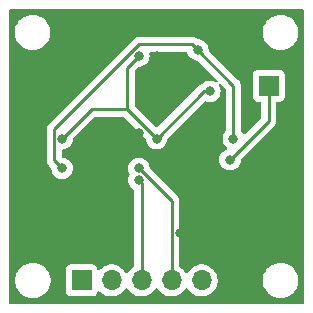
<source format=gbr>
%TF.GenerationSoftware,KiCad,Pcbnew,(7.0.0)*%
%TF.CreationDate,2023-02-19T16:47:07-06:00*%
%TF.ProjectId,ADS1219,41445331-3231-4392-9e6b-696361645f70,4*%
%TF.SameCoordinates,Original*%
%TF.FileFunction,Copper,L2,Bot*%
%TF.FilePolarity,Positive*%
%FSLAX46Y46*%
G04 Gerber Fmt 4.6, Leading zero omitted, Abs format (unit mm)*
G04 Created by KiCad (PCBNEW (7.0.0)) date 2023-02-19 16:47:07*
%MOMM*%
%LPD*%
G01*
G04 APERTURE LIST*
%TA.AperFunction,ComponentPad*%
%ADD10R,1.700000X1.700000*%
%TD*%
%TA.AperFunction,ComponentPad*%
%ADD11O,1.700000X1.700000*%
%TD*%
%TA.AperFunction,ViaPad*%
%ADD12C,0.800000*%
%TD*%
%TA.AperFunction,Conductor*%
%ADD13C,0.250000*%
%TD*%
G04 APERTURE END LIST*
D10*
%TO.P,J4,1,Pin_1*%
%TO.N,Net-(J4-Pad1)*%
X179999999Y-80499999D03*
%TD*%
%TO.P,J2,1,Pin_1*%
%TO.N,/AIN0*%
X164149999Y-96999999D03*
D11*
%TO.P,J2,2,Pin_2*%
%TO.N,/AIN1*%
X166689999Y-96999999D03*
%TO.P,J2,3,Pin_3*%
%TO.N,/AIN2*%
X169229999Y-96999999D03*
%TO.P,J2,4,Pin_4*%
%TO.N,/AIN3*%
X171769999Y-96999999D03*
%TO.P,J2,5,Pin_5*%
%TO.N,+3.3V*%
X174309999Y-96999999D03*
%TO.P,J2,6,Pin_6*%
%TO.N,GND*%
X176849999Y-96999999D03*
%TD*%
D12*
%TO.N,GND*%
X169000000Y-84500000D03*
X170500000Y-78000000D03*
X172000000Y-81500000D03*
X172500000Y-93000000D03*
X176000000Y-77500000D03*
X165000000Y-77500000D03*
%TO.N,+3.3V*%
X175000000Y-81000000D03*
X170500000Y-85000000D03*
X162500000Y-85000000D03*
X169000000Y-78000000D03*
%TO.N,/SDA*%
X177000000Y-85000000D03*
X162500000Y-87500000D03*
X174000000Y-77500000D03*
%TO.N,/AIN2*%
X169000000Y-88500000D03*
%TO.N,/AIN3*%
X169000000Y-87500000D03*
%TO.N,Net-(J4-Pad1)*%
X176718000Y-86782000D03*
%TD*%
D13*
%TO.N,+3.3V*%
X165000000Y-82500000D02*
X168000000Y-82500000D01*
X168000000Y-79000000D02*
X169000000Y-78000000D01*
X174500000Y-81000000D02*
X175000000Y-81000000D01*
X168000000Y-82500000D02*
X168000000Y-79000000D01*
X168000000Y-82500000D02*
X170500000Y-85000000D01*
X162500000Y-85000000D02*
X165000000Y-82500000D01*
X170500000Y-85000000D02*
X174500000Y-81000000D01*
%TO.N,/SDA*%
X161822600Y-84219411D02*
X169042011Y-77000000D01*
X169042011Y-77000000D02*
X173500000Y-77000000D01*
X173500000Y-77000000D02*
X174000000Y-77500000D01*
X161822600Y-86822600D02*
X161822600Y-84219411D01*
X162500000Y-87500000D02*
X161822600Y-86822600D01*
X177000000Y-85000000D02*
X177000000Y-80500000D01*
X177000000Y-80500000D02*
X174000000Y-77500000D01*
%TO.N,/AIN2*%
X169230000Y-97000000D02*
X169230000Y-88730000D01*
X169230000Y-88730000D02*
X169000000Y-88500000D01*
%TO.N,/AIN3*%
X171770000Y-90270000D02*
X169000000Y-87500000D01*
X171770000Y-97000000D02*
X171770000Y-90270000D01*
%TO.N,Net-(J4-Pad1)*%
X176718000Y-86782000D02*
X180000000Y-83500000D01*
X180000000Y-83500000D02*
X180000000Y-80500000D01*
%TD*%
%TA.AperFunction,Conductor*%
%TO.N,GND*%
G36*
X173047828Y-77644393D02*
G01*
X173090215Y-77675189D01*
X173116411Y-77720562D01*
X173165473Y-77871556D01*
X173260960Y-78036944D01*
X173388747Y-78178866D01*
X173394089Y-78182747D01*
X173394091Y-78182749D01*
X173403972Y-78189928D01*
X173543248Y-78291118D01*
X173717712Y-78368794D01*
X173904513Y-78408500D01*
X173960406Y-78408500D01*
X174008624Y-78418091D01*
X174049501Y-78445405D01*
X175627364Y-80023268D01*
X175659080Y-80076577D01*
X175661516Y-80138560D01*
X175634081Y-80194193D01*
X175583424Y-80229994D01*
X175521824Y-80237285D01*
X175467964Y-80215798D01*
X175467811Y-80216064D01*
X175465978Y-80215005D01*
X175464209Y-80214300D01*
X175456752Y-80208882D01*
X175282288Y-80131206D01*
X175275835Y-80129834D01*
X175275831Y-80129833D01*
X175101943Y-80092872D01*
X175101940Y-80092871D01*
X175095487Y-80091500D01*
X174904513Y-80091500D01*
X174898060Y-80092871D01*
X174898056Y-80092872D01*
X174724168Y-80129833D01*
X174724161Y-80129835D01*
X174717712Y-80131206D01*
X174711682Y-80133890D01*
X174711681Y-80133891D01*
X174549278Y-80206197D01*
X174549275Y-80206198D01*
X174543248Y-80208882D01*
X174537907Y-80212762D01*
X174537906Y-80212763D01*
X174394086Y-80317254D01*
X174394080Y-80317259D01*
X174388747Y-80321134D01*
X174384337Y-80326031D01*
X174384330Y-80326038D01*
X174350357Y-80363769D01*
X174303088Y-80396616D01*
X174300076Y-80397808D01*
X174288866Y-80401645D01*
X174254017Y-80411770D01*
X174254009Y-80411773D01*
X174246407Y-80413982D01*
X174239593Y-80418011D01*
X174239585Y-80418015D01*
X174228961Y-80424298D01*
X174211220Y-80432989D01*
X174199759Y-80437527D01*
X174199755Y-80437528D01*
X174192383Y-80440448D01*
X174185967Y-80445109D01*
X174185964Y-80445111D01*
X174156625Y-80466427D01*
X174146707Y-80472943D01*
X174115459Y-80491423D01*
X174115456Y-80491425D01*
X174108637Y-80495458D01*
X174103036Y-80501057D01*
X174103029Y-80501064D01*
X174094304Y-80509789D01*
X174079282Y-80522618D01*
X174069311Y-80529863D01*
X174069302Y-80529871D01*
X174062893Y-80534528D01*
X174057846Y-80540628D01*
X174057838Y-80540636D01*
X174034710Y-80568593D01*
X174026723Y-80577370D01*
X170589094Y-84015000D01*
X170532610Y-84047612D01*
X170467388Y-84047612D01*
X170410904Y-84015000D01*
X168670405Y-82274500D01*
X168643091Y-82233623D01*
X168633500Y-82185405D01*
X168633500Y-79314594D01*
X168643091Y-79266376D01*
X168670405Y-79225499D01*
X168950499Y-78945405D01*
X168991376Y-78918091D01*
X169039594Y-78908500D01*
X169088884Y-78908500D01*
X169095487Y-78908500D01*
X169282288Y-78868794D01*
X169456752Y-78791118D01*
X169611253Y-78678866D01*
X169739040Y-78536944D01*
X169834527Y-78371556D01*
X169893542Y-78189928D01*
X169913504Y-78000000D01*
X169893542Y-77810072D01*
X169889762Y-77798438D01*
X169885145Y-77739791D01*
X169907657Y-77685440D01*
X169952391Y-77647233D01*
X170009594Y-77633500D01*
X172996579Y-77633500D01*
X173047828Y-77644393D01*
G37*
%TD.AperFunction*%
%TA.AperFunction,Conductor*%
G36*
X182936500Y-74017381D02*
G01*
X182982619Y-74063500D01*
X182999500Y-74126500D01*
X182999500Y-98873500D01*
X182982619Y-98936500D01*
X182936500Y-98982619D01*
X182873500Y-98999500D01*
X158126500Y-98999500D01*
X158063500Y-98982619D01*
X158017381Y-98936500D01*
X158000500Y-98873500D01*
X158000500Y-97124335D01*
X158519500Y-97124335D01*
X158560429Y-97369614D01*
X158562119Y-97374538D01*
X158562121Y-97374544D01*
X158639478Y-97599878D01*
X158639481Y-97599886D01*
X158641172Y-97604810D01*
X158643651Y-97609392D01*
X158643653Y-97609395D01*
X158670745Y-97659457D01*
X158759526Y-97823509D01*
X158762725Y-97827619D01*
X158879727Y-97977944D01*
X158912262Y-98019744D01*
X158916093Y-98023271D01*
X158916098Y-98023276D01*
X159046879Y-98143668D01*
X159095215Y-98188164D01*
X159303393Y-98324173D01*
X159531119Y-98424063D01*
X159772179Y-98485108D01*
X159957933Y-98500500D01*
X160079453Y-98500500D01*
X160082067Y-98500500D01*
X160267821Y-98485108D01*
X160508881Y-98424063D01*
X160736607Y-98324173D01*
X160944785Y-98188164D01*
X161127738Y-98019744D01*
X161221999Y-97898638D01*
X162791500Y-97898638D01*
X162791859Y-97901985D01*
X162791860Y-97901988D01*
X162797168Y-97951367D01*
X162797169Y-97951373D01*
X162798011Y-97959201D01*
X162800762Y-97966578D01*
X162800763Y-97966580D01*
X162845962Y-98087763D01*
X162845964Y-98087766D01*
X162849111Y-98096204D01*
X162854508Y-98103414D01*
X162854510Y-98103417D01*
X162920087Y-98191017D01*
X162936739Y-98213261D01*
X163053796Y-98300889D01*
X163190799Y-98351989D01*
X163251362Y-98358500D01*
X165045269Y-98358500D01*
X165048638Y-98358500D01*
X165109201Y-98351989D01*
X165246204Y-98300889D01*
X165363261Y-98213261D01*
X165450889Y-98096204D01*
X165494998Y-97977943D01*
X165531530Y-97925904D01*
X165588820Y-97898328D01*
X165652282Y-97902238D01*
X165705755Y-97936638D01*
X165726526Y-97959201D01*
X165766760Y-98002906D01*
X165944424Y-98141189D01*
X166142426Y-98248342D01*
X166147355Y-98250034D01*
X166147357Y-98250035D01*
X166248895Y-98284892D01*
X166355365Y-98321444D01*
X166577431Y-98358500D01*
X166797358Y-98358500D01*
X166802569Y-98358500D01*
X167024635Y-98321444D01*
X167237574Y-98248342D01*
X167435576Y-98141189D01*
X167613240Y-98002906D01*
X167765722Y-97837268D01*
X167854518Y-97701354D01*
X167900030Y-97659457D01*
X167960000Y-97644271D01*
X168019970Y-97659457D01*
X168065481Y-97701354D01*
X168154278Y-97837268D01*
X168157806Y-97841100D01*
X168303227Y-97999069D01*
X168303231Y-97999073D01*
X168306760Y-98002906D01*
X168484424Y-98141189D01*
X168682426Y-98248342D01*
X168687355Y-98250034D01*
X168687357Y-98250035D01*
X168788895Y-98284892D01*
X168895365Y-98321444D01*
X169117431Y-98358500D01*
X169337358Y-98358500D01*
X169342569Y-98358500D01*
X169564635Y-98321444D01*
X169777574Y-98248342D01*
X169975576Y-98141189D01*
X170153240Y-98002906D01*
X170305722Y-97837268D01*
X170394518Y-97701354D01*
X170440030Y-97659457D01*
X170500000Y-97644271D01*
X170559970Y-97659457D01*
X170605481Y-97701354D01*
X170694278Y-97837268D01*
X170697806Y-97841100D01*
X170843227Y-97999069D01*
X170843231Y-97999073D01*
X170846760Y-98002906D01*
X171024424Y-98141189D01*
X171222426Y-98248342D01*
X171227355Y-98250034D01*
X171227357Y-98250035D01*
X171328895Y-98284892D01*
X171435365Y-98321444D01*
X171657431Y-98358500D01*
X171877358Y-98358500D01*
X171882569Y-98358500D01*
X172104635Y-98321444D01*
X172317574Y-98248342D01*
X172515576Y-98141189D01*
X172693240Y-98002906D01*
X172845722Y-97837268D01*
X172934518Y-97701354D01*
X172980030Y-97659457D01*
X173040000Y-97644271D01*
X173099970Y-97659457D01*
X173145481Y-97701354D01*
X173234278Y-97837268D01*
X173237806Y-97841100D01*
X173383227Y-97999069D01*
X173383231Y-97999073D01*
X173386760Y-98002906D01*
X173564424Y-98141189D01*
X173762426Y-98248342D01*
X173767355Y-98250034D01*
X173767357Y-98250035D01*
X173868895Y-98284892D01*
X173975365Y-98321444D01*
X174197431Y-98358500D01*
X174417358Y-98358500D01*
X174422569Y-98358500D01*
X174644635Y-98321444D01*
X174857574Y-98248342D01*
X175055576Y-98141189D01*
X175233240Y-98002906D01*
X175385722Y-97837268D01*
X175508860Y-97648791D01*
X175599296Y-97442616D01*
X175654564Y-97224368D01*
X175662853Y-97124335D01*
X179499500Y-97124335D01*
X179540429Y-97369614D01*
X179542119Y-97374538D01*
X179542121Y-97374544D01*
X179619478Y-97599878D01*
X179619481Y-97599886D01*
X179621172Y-97604810D01*
X179623651Y-97609392D01*
X179623653Y-97609395D01*
X179650745Y-97659457D01*
X179739526Y-97823509D01*
X179742725Y-97827619D01*
X179859727Y-97977944D01*
X179892262Y-98019744D01*
X179896093Y-98023271D01*
X179896098Y-98023276D01*
X180026879Y-98143668D01*
X180075215Y-98188164D01*
X180283393Y-98324173D01*
X180511119Y-98424063D01*
X180752179Y-98485108D01*
X180937933Y-98500500D01*
X181059453Y-98500500D01*
X181062067Y-98500500D01*
X181247821Y-98485108D01*
X181488881Y-98424063D01*
X181716607Y-98324173D01*
X181924785Y-98188164D01*
X182107738Y-98019744D01*
X182260474Y-97823509D01*
X182378828Y-97604810D01*
X182459571Y-97369614D01*
X182500500Y-97124335D01*
X182500500Y-96875665D01*
X182459571Y-96630386D01*
X182378828Y-96395190D01*
X182260474Y-96176491D01*
X182154861Y-96040799D01*
X182110938Y-95984367D01*
X182110936Y-95984365D01*
X182107738Y-95980256D01*
X182103905Y-95976728D01*
X182103901Y-95976723D01*
X181928624Y-95815370D01*
X181928623Y-95815369D01*
X181924785Y-95811836D01*
X181897408Y-95793950D01*
X181720972Y-95678679D01*
X181716607Y-95675827D01*
X181639170Y-95641860D01*
X181493653Y-95578030D01*
X181493650Y-95578029D01*
X181488881Y-95575937D01*
X181483832Y-95574658D01*
X181483828Y-95574657D01*
X181310766Y-95530832D01*
X181247821Y-95514892D01*
X181242630Y-95514461D01*
X181242625Y-95514461D01*
X181064667Y-95499715D01*
X181064656Y-95499714D01*
X181062067Y-95499500D01*
X180937933Y-95499500D01*
X180935344Y-95499714D01*
X180935332Y-95499715D01*
X180757374Y-95514461D01*
X180757367Y-95514462D01*
X180752179Y-95514892D01*
X180747121Y-95516172D01*
X180747120Y-95516173D01*
X180516171Y-95574657D01*
X180516163Y-95574659D01*
X180511119Y-95575937D01*
X180506352Y-95578027D01*
X180506346Y-95578030D01*
X180288168Y-95673732D01*
X180288163Y-95673734D01*
X180283393Y-95675827D01*
X180279030Y-95678676D01*
X180279027Y-95678679D01*
X180079582Y-95808982D01*
X180079574Y-95808987D01*
X180075215Y-95811836D01*
X180071381Y-95815364D01*
X180071375Y-95815370D01*
X179896098Y-95976723D01*
X179896087Y-95976734D01*
X179892262Y-95980256D01*
X179889069Y-95984358D01*
X179889061Y-95984367D01*
X179742725Y-96172380D01*
X179742721Y-96172385D01*
X179739526Y-96176491D01*
X179737048Y-96181069D01*
X179737046Y-96181073D01*
X179623653Y-96390604D01*
X179623649Y-96390611D01*
X179621172Y-96395190D01*
X179619483Y-96400108D01*
X179619478Y-96400121D01*
X179542121Y-96625455D01*
X179542118Y-96625464D01*
X179540429Y-96630386D01*
X179499500Y-96875665D01*
X179499500Y-97124335D01*
X175662853Y-97124335D01*
X175673156Y-97000000D01*
X175654564Y-96775632D01*
X175599296Y-96557384D01*
X175508860Y-96351209D01*
X175385722Y-96162732D01*
X175266680Y-96033419D01*
X175236772Y-96000930D01*
X175236767Y-96000925D01*
X175233240Y-95997094D01*
X175055576Y-95858811D01*
X175050997Y-95856333D01*
X175050994Y-95856331D01*
X174862159Y-95754139D01*
X174862156Y-95754137D01*
X174857574Y-95751658D01*
X174852650Y-95749967D01*
X174852642Y-95749964D01*
X174649565Y-95680248D01*
X174649559Y-95680246D01*
X174644635Y-95678556D01*
X174639498Y-95677698D01*
X174639495Y-95677698D01*
X174427706Y-95642357D01*
X174427703Y-95642356D01*
X174422569Y-95641500D01*
X174197431Y-95641500D01*
X174192297Y-95642356D01*
X174192293Y-95642357D01*
X173980504Y-95677698D01*
X173980498Y-95677699D01*
X173975365Y-95678556D01*
X173970443Y-95680245D01*
X173970434Y-95680248D01*
X173767357Y-95749964D01*
X173767344Y-95749969D01*
X173762426Y-95751658D01*
X173757847Y-95754135D01*
X173757840Y-95754139D01*
X173569005Y-95856331D01*
X173568997Y-95856336D01*
X173564424Y-95858811D01*
X173560313Y-95862010D01*
X173560311Y-95862012D01*
X173390878Y-95993888D01*
X173390872Y-95993893D01*
X173386760Y-95997094D01*
X173383237Y-96000919D01*
X173383227Y-96000930D01*
X173237806Y-96158899D01*
X173237802Y-96158902D01*
X173234278Y-96162732D01*
X173231430Y-96167090D01*
X173231427Y-96167095D01*
X173145483Y-96298643D01*
X173099969Y-96340542D01*
X173040000Y-96355728D01*
X172980031Y-96340542D01*
X172934517Y-96298643D01*
X172928827Y-96289934D01*
X172845722Y-96162732D01*
X172726680Y-96033419D01*
X172696772Y-96000930D01*
X172696767Y-96000925D01*
X172693240Y-95997094D01*
X172515576Y-95858811D01*
X172511003Y-95856336D01*
X172510995Y-95856331D01*
X172469531Y-95833893D01*
X172421259Y-95787577D01*
X172403500Y-95723079D01*
X172403500Y-90348768D01*
X172404027Y-90337584D01*
X172405702Y-90330092D01*
X172403561Y-90262001D01*
X172403500Y-90258044D01*
X172403500Y-90234109D01*
X172403500Y-90230144D01*
X172402995Y-90226152D01*
X172402062Y-90214305D01*
X172400674Y-90170111D01*
X172395017Y-90150642D01*
X172391013Y-90131302D01*
X172388474Y-90111203D01*
X172372200Y-90070099D01*
X172368356Y-90058872D01*
X172358230Y-90024017D01*
X172358229Y-90024016D01*
X172356019Y-90016407D01*
X172345703Y-89998964D01*
X172337005Y-89981209D01*
X172329552Y-89962383D01*
X172303561Y-89926609D01*
X172297055Y-89916705D01*
X172274542Y-89878638D01*
X172260217Y-89864313D01*
X172247382Y-89849286D01*
X172235472Y-89832893D01*
X172229367Y-89827842D01*
X172229360Y-89827835D01*
X172201394Y-89804700D01*
X172192615Y-89796711D01*
X169947122Y-87551217D01*
X169922491Y-87516366D01*
X169910907Y-87475292D01*
X169908121Y-87448781D01*
X169893542Y-87310072D01*
X169849947Y-87175901D01*
X169836569Y-87134728D01*
X169836568Y-87134726D01*
X169834527Y-87128444D01*
X169739040Y-86963056D01*
X169611253Y-86821134D01*
X169605911Y-86817253D01*
X169605908Y-86817250D01*
X169528057Y-86760688D01*
X169456752Y-86708882D01*
X169282288Y-86631206D01*
X169275835Y-86629834D01*
X169275831Y-86629833D01*
X169101943Y-86592872D01*
X169101940Y-86592871D01*
X169095487Y-86591500D01*
X168904513Y-86591500D01*
X168898060Y-86592871D01*
X168898056Y-86592872D01*
X168724168Y-86629833D01*
X168724161Y-86629835D01*
X168717712Y-86631206D01*
X168711682Y-86633890D01*
X168711681Y-86633891D01*
X168549278Y-86706197D01*
X168549275Y-86706198D01*
X168543248Y-86708882D01*
X168537907Y-86712762D01*
X168537906Y-86712763D01*
X168394091Y-86817250D01*
X168394083Y-86817256D01*
X168388747Y-86821134D01*
X168384330Y-86826039D01*
X168384325Y-86826044D01*
X168279971Y-86941942D01*
X168260960Y-86963056D01*
X168257661Y-86968769D01*
X168257658Y-86968774D01*
X168185573Y-87093629D01*
X168165473Y-87128444D01*
X168163434Y-87134718D01*
X168163430Y-87134728D01*
X168108497Y-87303794D01*
X168108495Y-87303801D01*
X168106458Y-87310072D01*
X168105768Y-87316633D01*
X168105768Y-87316635D01*
X168105010Y-87323851D01*
X168086496Y-87500000D01*
X168106458Y-87689928D01*
X168108495Y-87696200D01*
X168108497Y-87696205D01*
X168163430Y-87865271D01*
X168163433Y-87865278D01*
X168165473Y-87871556D01*
X168168777Y-87877278D01*
X168203257Y-87937000D01*
X168220138Y-88000000D01*
X168203256Y-88063000D01*
X168165473Y-88128444D01*
X168163434Y-88134718D01*
X168163430Y-88134728D01*
X168108497Y-88303794D01*
X168108495Y-88303801D01*
X168106458Y-88310072D01*
X168086496Y-88500000D01*
X168106458Y-88689928D01*
X168108495Y-88696200D01*
X168108497Y-88696205D01*
X168163430Y-88865271D01*
X168163433Y-88865278D01*
X168165473Y-88871556D01*
X168260960Y-89036944D01*
X168388747Y-89178866D01*
X168394089Y-89182747D01*
X168394091Y-89182749D01*
X168543248Y-89291118D01*
X168541849Y-89293043D01*
X168579618Y-89330810D01*
X168596500Y-89393812D01*
X168596500Y-95723079D01*
X168578741Y-95787577D01*
X168530469Y-95833893D01*
X168489004Y-95856331D01*
X168488991Y-95856339D01*
X168484424Y-95858811D01*
X168480313Y-95862010D01*
X168480311Y-95862012D01*
X168310878Y-95993888D01*
X168310872Y-95993893D01*
X168306760Y-95997094D01*
X168303237Y-96000919D01*
X168303227Y-96000930D01*
X168157806Y-96158899D01*
X168157802Y-96158902D01*
X168154278Y-96162732D01*
X168151430Y-96167090D01*
X168151427Y-96167095D01*
X168065483Y-96298643D01*
X168019969Y-96340542D01*
X167960000Y-96355728D01*
X167900031Y-96340542D01*
X167854517Y-96298643D01*
X167848827Y-96289934D01*
X167765722Y-96162732D01*
X167646680Y-96033419D01*
X167616772Y-96000930D01*
X167616767Y-96000925D01*
X167613240Y-95997094D01*
X167435576Y-95858811D01*
X167430997Y-95856333D01*
X167430994Y-95856331D01*
X167242159Y-95754139D01*
X167242156Y-95754137D01*
X167237574Y-95751658D01*
X167232650Y-95749967D01*
X167232642Y-95749964D01*
X167029565Y-95680248D01*
X167029559Y-95680246D01*
X167024635Y-95678556D01*
X167019498Y-95677698D01*
X167019495Y-95677698D01*
X166807706Y-95642357D01*
X166807703Y-95642356D01*
X166802569Y-95641500D01*
X166577431Y-95641500D01*
X166572297Y-95642356D01*
X166572293Y-95642357D01*
X166360504Y-95677698D01*
X166360498Y-95677699D01*
X166355365Y-95678556D01*
X166350443Y-95680245D01*
X166350434Y-95680248D01*
X166147357Y-95749964D01*
X166147344Y-95749969D01*
X166142426Y-95751658D01*
X166137847Y-95754135D01*
X166137840Y-95754139D01*
X165949005Y-95856331D01*
X165948997Y-95856336D01*
X165944424Y-95858811D01*
X165940313Y-95862010D01*
X165940311Y-95862012D01*
X165770878Y-95993888D01*
X165770872Y-95993893D01*
X165766760Y-95997094D01*
X165763237Y-96000920D01*
X165763226Y-96000931D01*
X165705754Y-96063362D01*
X165652281Y-96097761D01*
X165588820Y-96101671D01*
X165531530Y-96074095D01*
X165494998Y-96022056D01*
X165454037Y-95912236D01*
X165454036Y-95912235D01*
X165450889Y-95903796D01*
X165363261Y-95786739D01*
X165319713Y-95754139D01*
X165253417Y-95704510D01*
X165253414Y-95704508D01*
X165246204Y-95699111D01*
X165237766Y-95695964D01*
X165237763Y-95695962D01*
X165116580Y-95650763D01*
X165116578Y-95650762D01*
X165109201Y-95648011D01*
X165101373Y-95647169D01*
X165101367Y-95647168D01*
X165051988Y-95641860D01*
X165051985Y-95641859D01*
X165048638Y-95641500D01*
X163251362Y-95641500D01*
X163248015Y-95641859D01*
X163248011Y-95641860D01*
X163198632Y-95647168D01*
X163198625Y-95647169D01*
X163190799Y-95648011D01*
X163183423Y-95650761D01*
X163183419Y-95650763D01*
X163062236Y-95695962D01*
X163062230Y-95695965D01*
X163053796Y-95699111D01*
X163046588Y-95704506D01*
X163046582Y-95704510D01*
X162943950Y-95781340D01*
X162943946Y-95781343D01*
X162936739Y-95786739D01*
X162931343Y-95793946D01*
X162931340Y-95793950D01*
X162854510Y-95896582D01*
X162854506Y-95896588D01*
X162849111Y-95903796D01*
X162845965Y-95912230D01*
X162845962Y-95912236D01*
X162800763Y-96033419D01*
X162800761Y-96033423D01*
X162798011Y-96040799D01*
X162797169Y-96048625D01*
X162797168Y-96048632D01*
X162795585Y-96063362D01*
X162791500Y-96101362D01*
X162791500Y-97898638D01*
X161221999Y-97898638D01*
X161280474Y-97823509D01*
X161398828Y-97604810D01*
X161479571Y-97369614D01*
X161520500Y-97124335D01*
X161520500Y-96875665D01*
X161479571Y-96630386D01*
X161398828Y-96395190D01*
X161280474Y-96176491D01*
X161174861Y-96040799D01*
X161130938Y-95984367D01*
X161130936Y-95984365D01*
X161127738Y-95980256D01*
X161123905Y-95976728D01*
X161123901Y-95976723D01*
X160948624Y-95815370D01*
X160948623Y-95815369D01*
X160944785Y-95811836D01*
X160917408Y-95793950D01*
X160740972Y-95678679D01*
X160736607Y-95675827D01*
X160659170Y-95641860D01*
X160513653Y-95578030D01*
X160513650Y-95578029D01*
X160508881Y-95575937D01*
X160503832Y-95574658D01*
X160503828Y-95574657D01*
X160330766Y-95530832D01*
X160267821Y-95514892D01*
X160262630Y-95514461D01*
X160262625Y-95514461D01*
X160084667Y-95499715D01*
X160084656Y-95499714D01*
X160082067Y-95499500D01*
X159957933Y-95499500D01*
X159955344Y-95499714D01*
X159955332Y-95499715D01*
X159777374Y-95514461D01*
X159777367Y-95514462D01*
X159772179Y-95514892D01*
X159767121Y-95516172D01*
X159767120Y-95516173D01*
X159536171Y-95574657D01*
X159536163Y-95574659D01*
X159531119Y-95575937D01*
X159526352Y-95578027D01*
X159526346Y-95578030D01*
X159308168Y-95673732D01*
X159308163Y-95673734D01*
X159303393Y-95675827D01*
X159299030Y-95678676D01*
X159299027Y-95678679D01*
X159099582Y-95808982D01*
X159099574Y-95808987D01*
X159095215Y-95811836D01*
X159091381Y-95815364D01*
X159091375Y-95815370D01*
X158916098Y-95976723D01*
X158916087Y-95976734D01*
X158912262Y-95980256D01*
X158909069Y-95984358D01*
X158909061Y-95984367D01*
X158762725Y-96172380D01*
X158762721Y-96172385D01*
X158759526Y-96176491D01*
X158757048Y-96181069D01*
X158757046Y-96181073D01*
X158643653Y-96390604D01*
X158643649Y-96390611D01*
X158641172Y-96395190D01*
X158639483Y-96400108D01*
X158639478Y-96400121D01*
X158562121Y-96625455D01*
X158562118Y-96625464D01*
X158560429Y-96630386D01*
X158519500Y-96875665D01*
X158519500Y-97124335D01*
X158000500Y-97124335D01*
X158000500Y-84199354D01*
X161184380Y-84199354D01*
X161185125Y-84207237D01*
X161185125Y-84207245D01*
X161188541Y-84243372D01*
X161189100Y-84255230D01*
X161189100Y-86743833D01*
X161188572Y-86755016D01*
X161186898Y-86762509D01*
X161187147Y-86770433D01*
X161187147Y-86770435D01*
X161189038Y-86830586D01*
X161189100Y-86834545D01*
X161189100Y-86862456D01*
X161189595Y-86866374D01*
X161189597Y-86866406D01*
X161189608Y-86866488D01*
X161190537Y-86878297D01*
X161191677Y-86914569D01*
X161191678Y-86914576D01*
X161191927Y-86922489D01*
X161194137Y-86930098D01*
X161194138Y-86930100D01*
X161197578Y-86941942D01*
X161201586Y-86961293D01*
X161202929Y-86971928D01*
X161204126Y-86981397D01*
X161207044Y-86988769D01*
X161207045Y-86988770D01*
X161220400Y-87022501D01*
X161224245Y-87033730D01*
X161234371Y-87068586D01*
X161234373Y-87068592D01*
X161236582Y-87076193D01*
X161240614Y-87083011D01*
X161240615Y-87083013D01*
X161246893Y-87093629D01*
X161255590Y-87111382D01*
X161260079Y-87122721D01*
X161263048Y-87130217D01*
X161267707Y-87136630D01*
X161267708Y-87136631D01*
X161289032Y-87165981D01*
X161295548Y-87175901D01*
X161314022Y-87207138D01*
X161318058Y-87213962D01*
X161323663Y-87219567D01*
X161332378Y-87228282D01*
X161345218Y-87243315D01*
X161357128Y-87259707D01*
X161363235Y-87264759D01*
X161363236Y-87264760D01*
X161391198Y-87287892D01*
X161399978Y-87295882D01*
X161552877Y-87448781D01*
X161577508Y-87483631D01*
X161589092Y-87524705D01*
X161602345Y-87650794D01*
X161606458Y-87689928D01*
X161608495Y-87696200D01*
X161608497Y-87696205D01*
X161663430Y-87865271D01*
X161663433Y-87865278D01*
X161665473Y-87871556D01*
X161760960Y-88036944D01*
X161888747Y-88178866D01*
X162043248Y-88291118D01*
X162217712Y-88368794D01*
X162404513Y-88408500D01*
X162588884Y-88408500D01*
X162595487Y-88408500D01*
X162782288Y-88368794D01*
X162956752Y-88291118D01*
X163111253Y-88178866D01*
X163239040Y-88036944D01*
X163334527Y-87871556D01*
X163393542Y-87689928D01*
X163413504Y-87500000D01*
X163393542Y-87310072D01*
X163349947Y-87175901D01*
X163336569Y-87134728D01*
X163336568Y-87134726D01*
X163334527Y-87128444D01*
X163239040Y-86963056D01*
X163111253Y-86821134D01*
X163105911Y-86817253D01*
X163105908Y-86817250D01*
X163028057Y-86760688D01*
X162956752Y-86708882D01*
X162782288Y-86631206D01*
X162775835Y-86629834D01*
X162775831Y-86629833D01*
X162601943Y-86592872D01*
X162601940Y-86592871D01*
X162595487Y-86591500D01*
X162588884Y-86591500D01*
X162582100Y-86591500D01*
X162519100Y-86574619D01*
X162472981Y-86528500D01*
X162456100Y-86465500D01*
X162456100Y-86034500D01*
X162472981Y-85971500D01*
X162519100Y-85925381D01*
X162582100Y-85908500D01*
X162588884Y-85908500D01*
X162595487Y-85908500D01*
X162782288Y-85868794D01*
X162956752Y-85791118D01*
X163111253Y-85678866D01*
X163239040Y-85536944D01*
X163334527Y-85371556D01*
X163393542Y-85189928D01*
X163410907Y-85024704D01*
X163422491Y-84983632D01*
X163447117Y-84948786D01*
X165225502Y-83170402D01*
X165266377Y-83143091D01*
X165314595Y-83133500D01*
X167685406Y-83133500D01*
X167733624Y-83143091D01*
X167774501Y-83170405D01*
X169552877Y-84948782D01*
X169577508Y-84983632D01*
X169589092Y-85024706D01*
X169605768Y-85183364D01*
X169606458Y-85189928D01*
X169608495Y-85196200D01*
X169608497Y-85196205D01*
X169663430Y-85365271D01*
X169663433Y-85365278D01*
X169665473Y-85371556D01*
X169760960Y-85536944D01*
X169888747Y-85678866D01*
X170043248Y-85791118D01*
X170217712Y-85868794D01*
X170404513Y-85908500D01*
X170588884Y-85908500D01*
X170595487Y-85908500D01*
X170782288Y-85868794D01*
X170956752Y-85791118D01*
X171111253Y-85678866D01*
X171239040Y-85536944D01*
X171334527Y-85371556D01*
X171393542Y-85189928D01*
X171410907Y-85024702D01*
X171422491Y-84983631D01*
X171447121Y-84948782D01*
X174524595Y-81871307D01*
X174566488Y-81843579D01*
X174615887Y-81834423D01*
X174664937Y-81845297D01*
X174717712Y-81868794D01*
X174904513Y-81908500D01*
X175088884Y-81908500D01*
X175095487Y-81908500D01*
X175282288Y-81868794D01*
X175456752Y-81791118D01*
X175611253Y-81678866D01*
X175739040Y-81536944D01*
X175834527Y-81371556D01*
X175893542Y-81189928D01*
X175913504Y-81000000D01*
X175893542Y-80810072D01*
X175834527Y-80628444D01*
X175769360Y-80515572D01*
X175752600Y-80458070D01*
X175764285Y-80399324D01*
X175801776Y-80352612D01*
X175856600Y-80328488D01*
X175916369Y-80332406D01*
X175967575Y-80363479D01*
X176329595Y-80725499D01*
X176356909Y-80766376D01*
X176366500Y-80814594D01*
X176366500Y-84297476D01*
X176358131Y-84342630D01*
X176334138Y-84381783D01*
X176260960Y-84463056D01*
X176257661Y-84468769D01*
X176257658Y-84468774D01*
X176195921Y-84575706D01*
X176165473Y-84628444D01*
X176163434Y-84634718D01*
X176163430Y-84634728D01*
X176108497Y-84803794D01*
X176108495Y-84803801D01*
X176106458Y-84810072D01*
X176086496Y-85000000D01*
X176106458Y-85189928D01*
X176108495Y-85196200D01*
X176108497Y-85196205D01*
X176163430Y-85365271D01*
X176163433Y-85365278D01*
X176165473Y-85371556D01*
X176260960Y-85536944D01*
X176388747Y-85678866D01*
X176430021Y-85708854D01*
X176471066Y-85759541D01*
X176481269Y-85823960D01*
X176457895Y-85884850D01*
X176407208Y-85925896D01*
X176267278Y-85988197D01*
X176267275Y-85988198D01*
X176261248Y-85990882D01*
X176255907Y-85994762D01*
X176255906Y-85994763D01*
X176112091Y-86099250D01*
X176112083Y-86099256D01*
X176106747Y-86103134D01*
X176102330Y-86108039D01*
X176102325Y-86108044D01*
X175983379Y-86240148D01*
X175978960Y-86245056D01*
X175975661Y-86250769D01*
X175975658Y-86250774D01*
X175886777Y-86404721D01*
X175883473Y-86410444D01*
X175881434Y-86416718D01*
X175881430Y-86416728D01*
X175826497Y-86585794D01*
X175826495Y-86585801D01*
X175824458Y-86592072D01*
X175804496Y-86782000D01*
X175805186Y-86788565D01*
X175823525Y-86963056D01*
X175824458Y-86971928D01*
X175826495Y-86978200D01*
X175826497Y-86978205D01*
X175881430Y-87147271D01*
X175881433Y-87147278D01*
X175883473Y-87153556D01*
X175978960Y-87318944D01*
X176106747Y-87460866D01*
X176112089Y-87464747D01*
X176112091Y-87464749D01*
X176151574Y-87493435D01*
X176261248Y-87573118D01*
X176435712Y-87650794D01*
X176622513Y-87690500D01*
X176806884Y-87690500D01*
X176813487Y-87690500D01*
X177000288Y-87650794D01*
X177174752Y-87573118D01*
X177329253Y-87460866D01*
X177457040Y-87318944D01*
X177552527Y-87153556D01*
X177611542Y-86971928D01*
X177628907Y-86806704D01*
X177640491Y-86765632D01*
X177665119Y-86730784D01*
X180392264Y-84003639D01*
X180400535Y-83996113D01*
X180407018Y-83992000D01*
X180453660Y-83942329D01*
X180456352Y-83939551D01*
X180476135Y-83919770D01*
X180478613Y-83916574D01*
X180486308Y-83907563D01*
X180516586Y-83875321D01*
X180526348Y-83857562D01*
X180537195Y-83841050D01*
X180549614Y-83825041D01*
X180567179Y-83784446D01*
X180572388Y-83773814D01*
X180593695Y-83735060D01*
X180598733Y-83715434D01*
X180605134Y-83696737D01*
X180613181Y-83678145D01*
X180620096Y-83634477D01*
X180622504Y-83622853D01*
X180631529Y-83587705D01*
X180633500Y-83580030D01*
X180633500Y-83559776D01*
X180635051Y-83540065D01*
X180636980Y-83527885D01*
X180638220Y-83520057D01*
X180634058Y-83476038D01*
X180633500Y-83464181D01*
X180633500Y-81984500D01*
X180650381Y-81921500D01*
X180696500Y-81875381D01*
X180759500Y-81858500D01*
X180895269Y-81858500D01*
X180898638Y-81858500D01*
X180959201Y-81851989D01*
X181096204Y-81800889D01*
X181213261Y-81713261D01*
X181300889Y-81596204D01*
X181351989Y-81459201D01*
X181358500Y-81398638D01*
X181358500Y-79601362D01*
X181351989Y-79540799D01*
X181300889Y-79403796D01*
X181213261Y-79286739D01*
X181206049Y-79281340D01*
X181103417Y-79204510D01*
X181103414Y-79204508D01*
X181096204Y-79199111D01*
X181087766Y-79195964D01*
X181087763Y-79195962D01*
X180966580Y-79150763D01*
X180966578Y-79150762D01*
X180959201Y-79148011D01*
X180951373Y-79147169D01*
X180951367Y-79147168D01*
X180901988Y-79141860D01*
X180901985Y-79141859D01*
X180898638Y-79141500D01*
X179101362Y-79141500D01*
X179098015Y-79141859D01*
X179098011Y-79141860D01*
X179048632Y-79147168D01*
X179048625Y-79147169D01*
X179040799Y-79148011D01*
X179033423Y-79150761D01*
X179033419Y-79150763D01*
X178912236Y-79195962D01*
X178912230Y-79195965D01*
X178903796Y-79199111D01*
X178896588Y-79204506D01*
X178896582Y-79204510D01*
X178793950Y-79281340D01*
X178793946Y-79281343D01*
X178786739Y-79286739D01*
X178781343Y-79293946D01*
X178781340Y-79293950D01*
X178704510Y-79396582D01*
X178704506Y-79396588D01*
X178699111Y-79403796D01*
X178695965Y-79412230D01*
X178695962Y-79412236D01*
X178650763Y-79533419D01*
X178650761Y-79533423D01*
X178648011Y-79540799D01*
X178647169Y-79548625D01*
X178647168Y-79548632D01*
X178644719Y-79571416D01*
X178641500Y-79601362D01*
X178641500Y-81398638D01*
X178641859Y-81401985D01*
X178641860Y-81401988D01*
X178647168Y-81451367D01*
X178647169Y-81451373D01*
X178648011Y-81459201D01*
X178650762Y-81466578D01*
X178650763Y-81466580D01*
X178695962Y-81587763D01*
X178695964Y-81587766D01*
X178699111Y-81596204D01*
X178704508Y-81603414D01*
X178704510Y-81603417D01*
X178740434Y-81651405D01*
X178786739Y-81713261D01*
X178793950Y-81718659D01*
X178894328Y-81793802D01*
X178903796Y-81800889D01*
X179040799Y-81851989D01*
X179101362Y-81858500D01*
X179240500Y-81858500D01*
X179303500Y-81875381D01*
X179349619Y-81921500D01*
X179366500Y-81984500D01*
X179366500Y-83185406D01*
X179356909Y-83233624D01*
X179329597Y-83274498D01*
X178306619Y-84297476D01*
X178002293Y-84601802D01*
X177953699Y-84632019D01*
X177896752Y-84637628D01*
X177843196Y-84617471D01*
X177804079Y-84575706D01*
X177742341Y-84468774D01*
X177739040Y-84463056D01*
X177665861Y-84381783D01*
X177641869Y-84342630D01*
X177633500Y-84297476D01*
X177633500Y-80578768D01*
X177634027Y-80567584D01*
X177635702Y-80560092D01*
X177633561Y-80492001D01*
X177633500Y-80488044D01*
X177633500Y-80464109D01*
X177633500Y-80460144D01*
X177632995Y-80456152D01*
X177632062Y-80444305D01*
X177631849Y-80437527D01*
X177630674Y-80400111D01*
X177625017Y-80380642D01*
X177621013Y-80361302D01*
X177618474Y-80341203D01*
X177602200Y-80300099D01*
X177598356Y-80288872D01*
X177588230Y-80254017D01*
X177588229Y-80254016D01*
X177586019Y-80246407D01*
X177575703Y-80228964D01*
X177567005Y-80211209D01*
X177559552Y-80192383D01*
X177533561Y-80156609D01*
X177527055Y-80146705D01*
X177504542Y-80108638D01*
X177490218Y-80094314D01*
X177477382Y-80079286D01*
X177465472Y-80062893D01*
X177459367Y-80057842D01*
X177459360Y-80057835D01*
X177431394Y-80034700D01*
X177422615Y-80026711D01*
X174947122Y-77551217D01*
X174922491Y-77516366D01*
X174910907Y-77475292D01*
X174905657Y-77425342D01*
X174893542Y-77310072D01*
X174834527Y-77128444D01*
X174739040Y-76963056D01*
X174611253Y-76821134D01*
X174605911Y-76817253D01*
X174605908Y-76817250D01*
X174528057Y-76760688D01*
X174456752Y-76708882D01*
X174282288Y-76631206D01*
X174275835Y-76629834D01*
X174275831Y-76629833D01*
X174101943Y-76592872D01*
X174101940Y-76592871D01*
X174095487Y-76591500D01*
X174088884Y-76591500D01*
X174040308Y-76591500D01*
X173993926Y-76582652D01*
X173954059Y-76557353D01*
X173942330Y-76546339D01*
X173939520Y-76543615D01*
X173922574Y-76526669D01*
X173919770Y-76523865D01*
X173916575Y-76521386D01*
X173907554Y-76513682D01*
X173881097Y-76488838D01*
X173875321Y-76483414D01*
X173868377Y-76479596D01*
X173868371Y-76479592D01*
X173857566Y-76473652D01*
X173841047Y-76462801D01*
X173825041Y-76450386D01*
X173817766Y-76447238D01*
X173817763Y-76447236D01*
X173784466Y-76432828D01*
X173773804Y-76427605D01*
X173742007Y-76410124D01*
X173742005Y-76410123D01*
X173735060Y-76406305D01*
X173727383Y-76404334D01*
X173727381Y-76404333D01*
X173715438Y-76401267D01*
X173696734Y-76394863D01*
X173685420Y-76389967D01*
X173685418Y-76389966D01*
X173678145Y-76386819D01*
X173670319Y-76385579D01*
X173670318Y-76385579D01*
X173634475Y-76379902D01*
X173622859Y-76377496D01*
X173580030Y-76366500D01*
X173572101Y-76366500D01*
X173559776Y-76366500D01*
X173540065Y-76364949D01*
X173527885Y-76363019D01*
X173527878Y-76363018D01*
X173520057Y-76361780D01*
X173512173Y-76362525D01*
X173512165Y-76362525D01*
X173476039Y-76365941D01*
X173464181Y-76366500D01*
X169120778Y-76366500D01*
X169109594Y-76365972D01*
X169102102Y-76364298D01*
X169094176Y-76364547D01*
X169034012Y-76366438D01*
X169030054Y-76366500D01*
X169002155Y-76366500D01*
X168998230Y-76366995D01*
X168998209Y-76366997D01*
X168998135Y-76367007D01*
X168986324Y-76367936D01*
X168950045Y-76369076D01*
X168950037Y-76369077D01*
X168942122Y-76369326D01*
X168934511Y-76371536D01*
X168934504Y-76371538D01*
X168922659Y-76374979D01*
X168903314Y-76378985D01*
X168891083Y-76380530D01*
X168891070Y-76380533D01*
X168883214Y-76381526D01*
X168875850Y-76384441D01*
X168875840Y-76384444D01*
X168842103Y-76397802D01*
X168830876Y-76401646D01*
X168796029Y-76411770D01*
X168796024Y-76411772D01*
X168788418Y-76413982D01*
X168781601Y-76418012D01*
X168781592Y-76418017D01*
X168770971Y-76424298D01*
X168753232Y-76432989D01*
X168741760Y-76437531D01*
X168741757Y-76437532D01*
X168734394Y-76440448D01*
X168727987Y-76445102D01*
X168727983Y-76445105D01*
X168698622Y-76466437D01*
X168688704Y-76472951D01*
X168657476Y-76491419D01*
X168657468Y-76491425D01*
X168650649Y-76495458D01*
X168645047Y-76501058D01*
X168645040Y-76501065D01*
X168636319Y-76509786D01*
X168621298Y-76522615D01*
X168611318Y-76529866D01*
X168611309Y-76529873D01*
X168604904Y-76534528D01*
X168599856Y-76540628D01*
X168599847Y-76540638D01*
X168576711Y-76568604D01*
X168568724Y-76577381D01*
X161430342Y-83715762D01*
X161422059Y-83723299D01*
X161415582Y-83727411D01*
X161410163Y-83733180D01*
X161410155Y-83733188D01*
X161368970Y-83777046D01*
X161366221Y-83779883D01*
X161349267Y-83796838D01*
X161349260Y-83796845D01*
X161346465Y-83799641D01*
X161344042Y-83802763D01*
X161344026Y-83802782D01*
X161343965Y-83802862D01*
X161336290Y-83811846D01*
X161311438Y-83838313D01*
X161311435Y-83838315D01*
X161306014Y-83844090D01*
X161302200Y-83851025D01*
X161302192Y-83851038D01*
X161296250Y-83861847D01*
X161285403Y-83878360D01*
X161277843Y-83888106D01*
X161277837Y-83888115D01*
X161272986Y-83894370D01*
X161269842Y-83901634D01*
X161269838Y-83901642D01*
X161255424Y-83934951D01*
X161250204Y-83945606D01*
X161232725Y-83977400D01*
X161232721Y-83977408D01*
X161228905Y-83984351D01*
X161226933Y-83992027D01*
X161226931Y-83992035D01*
X161223866Y-84003973D01*
X161217465Y-84022670D01*
X161212568Y-84033987D01*
X161212566Y-84033992D01*
X161209419Y-84041266D01*
X161208179Y-84049091D01*
X161208177Y-84049100D01*
X161202501Y-84084935D01*
X161200095Y-84096555D01*
X161191071Y-84131700D01*
X161191069Y-84131708D01*
X161189100Y-84139381D01*
X161189100Y-84147310D01*
X161189100Y-84159635D01*
X161187549Y-84179346D01*
X161185619Y-84191525D01*
X161185618Y-84191532D01*
X161184380Y-84199354D01*
X158000500Y-84199354D01*
X158000500Y-76124335D01*
X158499500Y-76124335D01*
X158500356Y-76129469D01*
X158500357Y-76129472D01*
X158539328Y-76363019D01*
X158540429Y-76369614D01*
X158542119Y-76374538D01*
X158542121Y-76374544D01*
X158619478Y-76599878D01*
X158619481Y-76599886D01*
X158621172Y-76604810D01*
X158739526Y-76823509D01*
X158892262Y-77019744D01*
X158896093Y-77023271D01*
X158896098Y-77023276D01*
X159004125Y-77122721D01*
X159075215Y-77188164D01*
X159283393Y-77324173D01*
X159511119Y-77424063D01*
X159752179Y-77485108D01*
X159937933Y-77500500D01*
X160059453Y-77500500D01*
X160062067Y-77500500D01*
X160247821Y-77485108D01*
X160488881Y-77424063D01*
X160716607Y-77324173D01*
X160924785Y-77188164D01*
X161107738Y-77019744D01*
X161260474Y-76823509D01*
X161378828Y-76604810D01*
X161459571Y-76369614D01*
X161500500Y-76124335D01*
X179499500Y-76124335D01*
X179500356Y-76129469D01*
X179500357Y-76129472D01*
X179539328Y-76363019D01*
X179540429Y-76369614D01*
X179542119Y-76374538D01*
X179542121Y-76374544D01*
X179619478Y-76599878D01*
X179619481Y-76599886D01*
X179621172Y-76604810D01*
X179739526Y-76823509D01*
X179892262Y-77019744D01*
X179896093Y-77023271D01*
X179896098Y-77023276D01*
X180004125Y-77122721D01*
X180075215Y-77188164D01*
X180283393Y-77324173D01*
X180511119Y-77424063D01*
X180752179Y-77485108D01*
X180937933Y-77500500D01*
X181059453Y-77500500D01*
X181062067Y-77500500D01*
X181247821Y-77485108D01*
X181488881Y-77424063D01*
X181716607Y-77324173D01*
X181924785Y-77188164D01*
X182107738Y-77019744D01*
X182260474Y-76823509D01*
X182378828Y-76604810D01*
X182459571Y-76369614D01*
X182500500Y-76124335D01*
X182500500Y-75875665D01*
X182459571Y-75630386D01*
X182378828Y-75395190D01*
X182260474Y-75176491D01*
X182107738Y-74980256D01*
X182103905Y-74976728D01*
X182103901Y-74976723D01*
X181928624Y-74815370D01*
X181928623Y-74815369D01*
X181924785Y-74811836D01*
X181716607Y-74675827D01*
X181488881Y-74575937D01*
X181483832Y-74574658D01*
X181483828Y-74574657D01*
X181310766Y-74530832D01*
X181247821Y-74514892D01*
X181242630Y-74514461D01*
X181242625Y-74514461D01*
X181064667Y-74499715D01*
X181064656Y-74499714D01*
X181062067Y-74499500D01*
X180937933Y-74499500D01*
X180935344Y-74499714D01*
X180935332Y-74499715D01*
X180757374Y-74514461D01*
X180757367Y-74514462D01*
X180752179Y-74514892D01*
X180747121Y-74516172D01*
X180747120Y-74516173D01*
X180516171Y-74574657D01*
X180516163Y-74574659D01*
X180511119Y-74575937D01*
X180506352Y-74578027D01*
X180506346Y-74578030D01*
X180288168Y-74673732D01*
X180288163Y-74673734D01*
X180283393Y-74675827D01*
X180279030Y-74678676D01*
X180279027Y-74678679D01*
X180079582Y-74808982D01*
X180079574Y-74808987D01*
X180075215Y-74811836D01*
X180071381Y-74815364D01*
X180071375Y-74815370D01*
X179896098Y-74976723D01*
X179896087Y-74976734D01*
X179892262Y-74980256D01*
X179889069Y-74984358D01*
X179889061Y-74984367D01*
X179742725Y-75172380D01*
X179742721Y-75172385D01*
X179739526Y-75176491D01*
X179737048Y-75181069D01*
X179737046Y-75181073D01*
X179623653Y-75390604D01*
X179623649Y-75390611D01*
X179621172Y-75395190D01*
X179619483Y-75400108D01*
X179619478Y-75400121D01*
X179542121Y-75625455D01*
X179542118Y-75625464D01*
X179540429Y-75630386D01*
X179499500Y-75875665D01*
X179499500Y-76124335D01*
X161500500Y-76124335D01*
X161500500Y-75875665D01*
X161459571Y-75630386D01*
X161378828Y-75395190D01*
X161260474Y-75176491D01*
X161107738Y-74980256D01*
X161103905Y-74976728D01*
X161103901Y-74976723D01*
X160928624Y-74815370D01*
X160928623Y-74815369D01*
X160924785Y-74811836D01*
X160716607Y-74675827D01*
X160488881Y-74575937D01*
X160483832Y-74574658D01*
X160483828Y-74574657D01*
X160310766Y-74530832D01*
X160247821Y-74514892D01*
X160242630Y-74514461D01*
X160242625Y-74514461D01*
X160064667Y-74499715D01*
X160064656Y-74499714D01*
X160062067Y-74499500D01*
X159937933Y-74499500D01*
X159935344Y-74499714D01*
X159935332Y-74499715D01*
X159757374Y-74514461D01*
X159757367Y-74514462D01*
X159752179Y-74514892D01*
X159747121Y-74516172D01*
X159747120Y-74516173D01*
X159516171Y-74574657D01*
X159516163Y-74574659D01*
X159511119Y-74575937D01*
X159506352Y-74578027D01*
X159506346Y-74578030D01*
X159288168Y-74673732D01*
X159288163Y-74673734D01*
X159283393Y-74675827D01*
X159279030Y-74678676D01*
X159279027Y-74678679D01*
X159079582Y-74808982D01*
X159079574Y-74808987D01*
X159075215Y-74811836D01*
X159071381Y-74815364D01*
X159071375Y-74815370D01*
X158896098Y-74976723D01*
X158896087Y-74976734D01*
X158892262Y-74980256D01*
X158889069Y-74984358D01*
X158889061Y-74984367D01*
X158742725Y-75172380D01*
X158742721Y-75172385D01*
X158739526Y-75176491D01*
X158737048Y-75181069D01*
X158737046Y-75181073D01*
X158623653Y-75390604D01*
X158623649Y-75390611D01*
X158621172Y-75395190D01*
X158619483Y-75400108D01*
X158619478Y-75400121D01*
X158542121Y-75625455D01*
X158542118Y-75625464D01*
X158540429Y-75630386D01*
X158499500Y-75875665D01*
X158499500Y-76124335D01*
X158000500Y-76124335D01*
X158000500Y-74126500D01*
X158017381Y-74063500D01*
X158063500Y-74017381D01*
X158126500Y-74000500D01*
X182873500Y-74000500D01*
X182936500Y-74017381D01*
G37*
%TD.AperFunction*%
%TD*%
M02*

</source>
